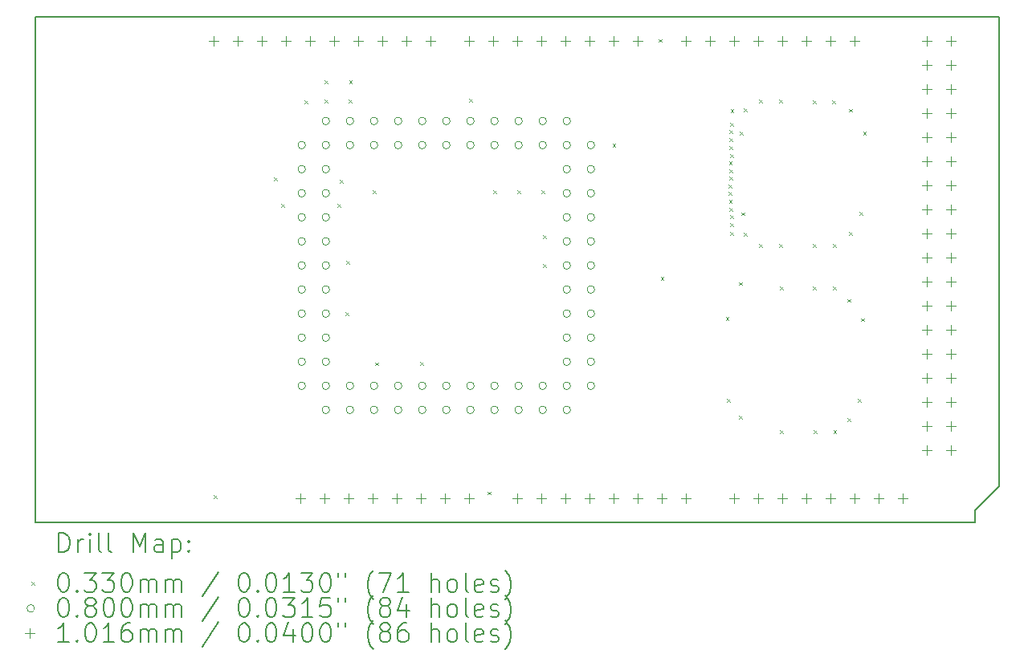
<source format=gbr>
%TF.GenerationSoftware,KiCad,Pcbnew,6.0.9*%
%TF.CreationDate,2022-12-08T19:51:48-08:00*%
%TF.ProjectId,i960SxProcessorMegaShieldFormFactor,69393630-5378-4507-926f-636573736f72,rev?*%
%TF.SameCoordinates,Original*%
%TF.FileFunction,Drillmap*%
%TF.FilePolarity,Positive*%
%FSLAX45Y45*%
G04 Gerber Fmt 4.5, Leading zero omitted, Abs format (unit mm)*
G04 Created by KiCad (PCBNEW 6.0.9) date 2022-12-08 19:51:48*
%MOMM*%
%LPD*%
G01*
G04 APERTURE LIST*
%ADD10C,0.150000*%
%ADD11C,0.200000*%
%ADD12C,0.033020*%
%ADD13C,0.080000*%
%ADD14C,0.101600*%
G04 APERTURE END LIST*
D10*
X20243800Y-12039600D02*
X20243800Y-12166600D01*
X10337800Y-6832600D02*
X20497800Y-6832600D01*
X20497800Y-6832600D02*
X20497800Y-11785600D01*
X10337800Y-12166600D02*
X10337800Y-6832600D01*
X20497800Y-11785600D02*
X20243800Y-12039600D01*
X20243800Y-12166600D02*
X10337800Y-12166600D01*
D11*
D12*
X12216130Y-11880850D02*
X12249150Y-11913870D01*
X12249150Y-11880850D02*
X12216130Y-11913870D01*
X12851130Y-8528050D02*
X12884150Y-8561070D01*
X12884150Y-8528050D02*
X12851130Y-8561070D01*
X12927330Y-8807450D02*
X12960350Y-8840470D01*
X12960350Y-8807450D02*
X12927330Y-8840470D01*
X13176250Y-7715250D02*
X13209270Y-7748270D01*
X13209270Y-7715250D02*
X13176250Y-7748270D01*
X13385038Y-7505328D02*
X13418058Y-7538348D01*
X13418058Y-7505328D02*
X13385038Y-7538348D01*
X13385038Y-7712828D02*
X13418058Y-7745848D01*
X13418058Y-7712828D02*
X13385038Y-7745848D01*
X13521690Y-8807450D02*
X13554710Y-8840470D01*
X13554710Y-8807450D02*
X13521690Y-8840470D01*
X13547090Y-8558530D02*
X13580110Y-8591550D01*
X13580110Y-8558530D02*
X13547090Y-8591550D01*
X13608050Y-9951348D02*
X13641070Y-9984368D01*
X13641070Y-9951348D02*
X13608050Y-9984368D01*
X13613130Y-9412088D02*
X13646150Y-9445108D01*
X13646150Y-9412088D02*
X13613130Y-9445108D01*
X13641832Y-7712828D02*
X13674852Y-7745848D01*
X13674852Y-7712828D02*
X13641832Y-7745848D01*
X13646082Y-7509578D02*
X13679102Y-7542598D01*
X13679102Y-7509578D02*
X13646082Y-7542598D01*
X13892530Y-8665210D02*
X13925550Y-8698230D01*
X13925550Y-8665210D02*
X13892530Y-8698230D01*
X13920860Y-10481818D02*
X13953880Y-10514838D01*
X13953880Y-10481818D02*
X13920860Y-10514838D01*
X14398380Y-10476738D02*
X14431400Y-10509758D01*
X14431400Y-10476738D02*
X14398380Y-10509758D01*
X14913728Y-7698232D02*
X14946748Y-7731252D01*
X14946748Y-7698232D02*
X14913728Y-7731252D01*
X15106650Y-11845290D02*
X15139670Y-11878310D01*
X15139670Y-11845290D02*
X15106650Y-11878310D01*
X15167610Y-8665210D02*
X15200630Y-8698230D01*
X15200630Y-8665210D02*
X15167610Y-8698230D01*
X15421610Y-8665210D02*
X15454630Y-8698230D01*
X15454630Y-8665210D02*
X15421610Y-8698230D01*
X15670530Y-8665210D02*
X15703550Y-8698230D01*
X15703550Y-8665210D02*
X15670530Y-8698230D01*
X15690850Y-9137768D02*
X15723870Y-9170788D01*
X15723870Y-9137768D02*
X15690850Y-9170788D01*
X15690850Y-9443348D02*
X15723870Y-9476368D01*
X15723870Y-9443348D02*
X15690850Y-9476368D01*
X16422370Y-8172450D02*
X16455390Y-8205470D01*
X16455390Y-8172450D02*
X16422370Y-8205470D01*
X16910050Y-7070090D02*
X16943070Y-7103110D01*
X16943070Y-7070090D02*
X16910050Y-7103110D01*
X16930370Y-9579610D02*
X16963390Y-9612630D01*
X16963390Y-9579610D02*
X16930370Y-9612630D01*
X17616170Y-10001250D02*
X17649190Y-10034270D01*
X17649190Y-10001250D02*
X17616170Y-10034270D01*
X17626330Y-10864850D02*
X17659350Y-10897870D01*
X17659350Y-10864850D02*
X17626330Y-10897870D01*
X17649784Y-8604944D02*
X17682804Y-8637964D01*
X17682804Y-8604944D02*
X17649784Y-8637964D01*
X17649931Y-8686174D02*
X17682951Y-8719194D01*
X17682951Y-8686174D02*
X17649931Y-8719194D01*
X17650149Y-8767404D02*
X17683169Y-8800424D01*
X17683169Y-8767404D02*
X17650149Y-8800424D01*
X17650671Y-8361953D02*
X17683691Y-8394973D01*
X17683691Y-8361953D02*
X17650671Y-8394973D01*
X17652814Y-8118701D02*
X17685834Y-8151721D01*
X17685834Y-8118701D02*
X17652814Y-8151721D01*
X17653948Y-8200672D02*
X17686968Y-8233692D01*
X17686968Y-8200672D02*
X17653948Y-8233692D01*
X17655527Y-8848456D02*
X17688547Y-8881476D01*
X17688547Y-8848456D02*
X17655527Y-8881476D01*
X17656595Y-8032720D02*
X17689615Y-8065740D01*
X17689615Y-8032720D02*
X17656595Y-8065740D01*
X17657413Y-8442903D02*
X17690433Y-8475923D01*
X17690433Y-8442903D02*
X17657413Y-8475923D01*
X17658013Y-8524131D02*
X17691033Y-8557151D01*
X17691033Y-8524131D02*
X17658013Y-8557151D01*
X17661890Y-9107170D02*
X17694910Y-9140190D01*
X17694910Y-9107170D02*
X17661890Y-9140190D01*
X17661940Y-8281509D02*
X17694960Y-8314529D01*
X17694960Y-8281509D02*
X17661940Y-8314529D01*
X17662317Y-8929402D02*
X17695337Y-8962422D01*
X17695337Y-8929402D02*
X17662317Y-8962422D01*
X17663785Y-9012278D02*
X17696805Y-9045298D01*
X17696805Y-9012278D02*
X17663785Y-9045298D01*
X17666219Y-7952062D02*
X17699239Y-7985082D01*
X17699239Y-7952062D02*
X17666219Y-7985082D01*
X17666970Y-7811770D02*
X17699990Y-7844790D01*
X17699990Y-7811770D02*
X17666970Y-7844790D01*
X17753330Y-9635490D02*
X17786350Y-9668510D01*
X17786350Y-9635490D02*
X17753330Y-9668510D01*
X17753330Y-11042650D02*
X17786350Y-11075670D01*
X17786350Y-11042650D02*
X17753330Y-11075670D01*
X17763490Y-8050530D02*
X17796510Y-8083550D01*
X17796510Y-8050530D02*
X17763490Y-8083550D01*
X17778730Y-8898890D02*
X17811750Y-8931910D01*
X17811750Y-8898890D02*
X17778730Y-8931910D01*
X17809210Y-7801610D02*
X17842230Y-7834630D01*
X17842230Y-7801610D02*
X17809210Y-7834630D01*
X17809210Y-9112250D02*
X17842230Y-9145270D01*
X17842230Y-9112250D02*
X17809210Y-9145270D01*
X17969620Y-9234170D02*
X18002640Y-9267190D01*
X18002640Y-9234170D02*
X17969620Y-9267190D01*
X17970695Y-7711245D02*
X18003715Y-7744265D01*
X18003715Y-7711245D02*
X17970695Y-7744265D01*
X18177120Y-7710170D02*
X18210140Y-7743190D01*
X18210140Y-7710170D02*
X18177120Y-7743190D01*
X18177120Y-9234170D02*
X18210140Y-9267190D01*
X18210140Y-9234170D02*
X18177120Y-9267190D01*
X18186870Y-9680010D02*
X18219890Y-9713030D01*
X18219890Y-9680010D02*
X18186870Y-9713030D01*
X18186870Y-11198930D02*
X18219890Y-11231950D01*
X18219890Y-11198930D02*
X18186870Y-11231950D01*
X18533500Y-7715250D02*
X18566520Y-7748270D01*
X18566520Y-7715250D02*
X18533500Y-7748270D01*
X18538170Y-9685090D02*
X18571190Y-9718110D01*
X18571190Y-9685090D02*
X18538170Y-9718110D01*
X18538580Y-9234170D02*
X18571600Y-9267190D01*
X18571600Y-9234170D02*
X18538580Y-9267190D01*
X18543250Y-11198930D02*
X18576270Y-11231950D01*
X18576270Y-11198930D02*
X18543250Y-11231950D01*
X18741000Y-7715250D02*
X18774020Y-7748270D01*
X18774020Y-7715250D02*
X18741000Y-7748270D01*
X18745005Y-9233095D02*
X18778025Y-9266115D01*
X18778025Y-9233095D02*
X18745005Y-9266115D01*
X18745670Y-9685090D02*
X18778690Y-9718110D01*
X18778690Y-9685090D02*
X18745670Y-9718110D01*
X18750750Y-11198930D02*
X18783770Y-11231950D01*
X18783770Y-11198930D02*
X18750750Y-11231950D01*
X18901410Y-9813290D02*
X18934430Y-9846310D01*
X18934430Y-9813290D02*
X18901410Y-9846310D01*
X18901410Y-11068050D02*
X18934430Y-11101070D01*
X18934430Y-11068050D02*
X18901410Y-11101070D01*
X18916650Y-7806690D02*
X18949670Y-7839710D01*
X18949670Y-7806690D02*
X18916650Y-7839710D01*
X18916650Y-9107170D02*
X18949670Y-9140190D01*
X18949670Y-9107170D02*
X18916650Y-9140190D01*
X19008090Y-10864850D02*
X19041110Y-10897870D01*
X19041110Y-10864850D02*
X19008090Y-10897870D01*
X19023330Y-8893810D02*
X19056350Y-8926830D01*
X19056350Y-8893810D02*
X19023330Y-8926830D01*
X19043650Y-10016490D02*
X19076670Y-10049510D01*
X19076670Y-10016490D02*
X19043650Y-10049510D01*
X19063970Y-8050530D02*
X19096990Y-8083550D01*
X19096990Y-8050530D02*
X19063970Y-8083550D01*
D13*
X13187040Y-8188960D02*
G75*
G03*
X13187040Y-8188960I-40000J0D01*
G01*
X13187040Y-8442960D02*
G75*
G03*
X13187040Y-8442960I-40000J0D01*
G01*
X13187040Y-8696960D02*
G75*
G03*
X13187040Y-8696960I-40000J0D01*
G01*
X13187040Y-8950960D02*
G75*
G03*
X13187040Y-8950960I-40000J0D01*
G01*
X13187040Y-9204960D02*
G75*
G03*
X13187040Y-9204960I-40000J0D01*
G01*
X13187040Y-9458960D02*
G75*
G03*
X13187040Y-9458960I-40000J0D01*
G01*
X13187040Y-9712960D02*
G75*
G03*
X13187040Y-9712960I-40000J0D01*
G01*
X13187040Y-9966960D02*
G75*
G03*
X13187040Y-9966960I-40000J0D01*
G01*
X13187040Y-10220960D02*
G75*
G03*
X13187040Y-10220960I-40000J0D01*
G01*
X13187040Y-10474960D02*
G75*
G03*
X13187040Y-10474960I-40000J0D01*
G01*
X13187040Y-10728960D02*
G75*
G03*
X13187040Y-10728960I-40000J0D01*
G01*
X13441040Y-7934960D02*
G75*
G03*
X13441040Y-7934960I-40000J0D01*
G01*
X13441040Y-8188960D02*
G75*
G03*
X13441040Y-8188960I-40000J0D01*
G01*
X13441040Y-8442960D02*
G75*
G03*
X13441040Y-8442960I-40000J0D01*
G01*
X13441040Y-8696960D02*
G75*
G03*
X13441040Y-8696960I-40000J0D01*
G01*
X13441040Y-8950960D02*
G75*
G03*
X13441040Y-8950960I-40000J0D01*
G01*
X13441040Y-9204960D02*
G75*
G03*
X13441040Y-9204960I-40000J0D01*
G01*
X13441040Y-9458960D02*
G75*
G03*
X13441040Y-9458960I-40000J0D01*
G01*
X13441040Y-9712960D02*
G75*
G03*
X13441040Y-9712960I-40000J0D01*
G01*
X13441040Y-9966960D02*
G75*
G03*
X13441040Y-9966960I-40000J0D01*
G01*
X13441040Y-10220960D02*
G75*
G03*
X13441040Y-10220960I-40000J0D01*
G01*
X13441040Y-10474960D02*
G75*
G03*
X13441040Y-10474960I-40000J0D01*
G01*
X13441040Y-10728960D02*
G75*
G03*
X13441040Y-10728960I-40000J0D01*
G01*
X13441040Y-10982960D02*
G75*
G03*
X13441040Y-10982960I-40000J0D01*
G01*
X13695040Y-7934960D02*
G75*
G03*
X13695040Y-7934960I-40000J0D01*
G01*
X13695040Y-8188960D02*
G75*
G03*
X13695040Y-8188960I-40000J0D01*
G01*
X13695040Y-10728960D02*
G75*
G03*
X13695040Y-10728960I-40000J0D01*
G01*
X13695040Y-10982960D02*
G75*
G03*
X13695040Y-10982960I-40000J0D01*
G01*
X13949040Y-7934960D02*
G75*
G03*
X13949040Y-7934960I-40000J0D01*
G01*
X13949040Y-8188960D02*
G75*
G03*
X13949040Y-8188960I-40000J0D01*
G01*
X13949040Y-10728960D02*
G75*
G03*
X13949040Y-10728960I-40000J0D01*
G01*
X13949040Y-10982960D02*
G75*
G03*
X13949040Y-10982960I-40000J0D01*
G01*
X14203040Y-7934960D02*
G75*
G03*
X14203040Y-7934960I-40000J0D01*
G01*
X14203040Y-8188960D02*
G75*
G03*
X14203040Y-8188960I-40000J0D01*
G01*
X14203040Y-10728960D02*
G75*
G03*
X14203040Y-10728960I-40000J0D01*
G01*
X14203040Y-10982960D02*
G75*
G03*
X14203040Y-10982960I-40000J0D01*
G01*
X14457040Y-7934960D02*
G75*
G03*
X14457040Y-7934960I-40000J0D01*
G01*
X14457040Y-8188960D02*
G75*
G03*
X14457040Y-8188960I-40000J0D01*
G01*
X14457040Y-10728960D02*
G75*
G03*
X14457040Y-10728960I-40000J0D01*
G01*
X14457040Y-10982960D02*
G75*
G03*
X14457040Y-10982960I-40000J0D01*
G01*
X14711040Y-7934960D02*
G75*
G03*
X14711040Y-7934960I-40000J0D01*
G01*
X14711040Y-8188960D02*
G75*
G03*
X14711040Y-8188960I-40000J0D01*
G01*
X14711040Y-10728960D02*
G75*
G03*
X14711040Y-10728960I-40000J0D01*
G01*
X14711040Y-10982960D02*
G75*
G03*
X14711040Y-10982960I-40000J0D01*
G01*
X14965040Y-7934960D02*
G75*
G03*
X14965040Y-7934960I-40000J0D01*
G01*
X14965040Y-8188960D02*
G75*
G03*
X14965040Y-8188960I-40000J0D01*
G01*
X14965040Y-10728960D02*
G75*
G03*
X14965040Y-10728960I-40000J0D01*
G01*
X14965040Y-10982960D02*
G75*
G03*
X14965040Y-10982960I-40000J0D01*
G01*
X15219040Y-7934960D02*
G75*
G03*
X15219040Y-7934960I-40000J0D01*
G01*
X15219040Y-8188960D02*
G75*
G03*
X15219040Y-8188960I-40000J0D01*
G01*
X15219040Y-10728960D02*
G75*
G03*
X15219040Y-10728960I-40000J0D01*
G01*
X15219040Y-10982960D02*
G75*
G03*
X15219040Y-10982960I-40000J0D01*
G01*
X15473040Y-7934960D02*
G75*
G03*
X15473040Y-7934960I-40000J0D01*
G01*
X15473040Y-8188960D02*
G75*
G03*
X15473040Y-8188960I-40000J0D01*
G01*
X15473040Y-10728960D02*
G75*
G03*
X15473040Y-10728960I-40000J0D01*
G01*
X15473040Y-10982960D02*
G75*
G03*
X15473040Y-10982960I-40000J0D01*
G01*
X15727040Y-7934960D02*
G75*
G03*
X15727040Y-7934960I-40000J0D01*
G01*
X15727040Y-8188960D02*
G75*
G03*
X15727040Y-8188960I-40000J0D01*
G01*
X15727040Y-10728960D02*
G75*
G03*
X15727040Y-10728960I-40000J0D01*
G01*
X15727040Y-10982960D02*
G75*
G03*
X15727040Y-10982960I-40000J0D01*
G01*
X15981040Y-7934960D02*
G75*
G03*
X15981040Y-7934960I-40000J0D01*
G01*
X15981040Y-8188960D02*
G75*
G03*
X15981040Y-8188960I-40000J0D01*
G01*
X15981040Y-8442960D02*
G75*
G03*
X15981040Y-8442960I-40000J0D01*
G01*
X15981040Y-8696960D02*
G75*
G03*
X15981040Y-8696960I-40000J0D01*
G01*
X15981040Y-8950960D02*
G75*
G03*
X15981040Y-8950960I-40000J0D01*
G01*
X15981040Y-9204960D02*
G75*
G03*
X15981040Y-9204960I-40000J0D01*
G01*
X15981040Y-9458960D02*
G75*
G03*
X15981040Y-9458960I-40000J0D01*
G01*
X15981040Y-9712960D02*
G75*
G03*
X15981040Y-9712960I-40000J0D01*
G01*
X15981040Y-9966960D02*
G75*
G03*
X15981040Y-9966960I-40000J0D01*
G01*
X15981040Y-10220960D02*
G75*
G03*
X15981040Y-10220960I-40000J0D01*
G01*
X15981040Y-10474960D02*
G75*
G03*
X15981040Y-10474960I-40000J0D01*
G01*
X15981040Y-10728960D02*
G75*
G03*
X15981040Y-10728960I-40000J0D01*
G01*
X15981040Y-10982960D02*
G75*
G03*
X15981040Y-10982960I-40000J0D01*
G01*
X16235040Y-8188960D02*
G75*
G03*
X16235040Y-8188960I-40000J0D01*
G01*
X16235040Y-8442960D02*
G75*
G03*
X16235040Y-8442960I-40000J0D01*
G01*
X16235040Y-8696960D02*
G75*
G03*
X16235040Y-8696960I-40000J0D01*
G01*
X16235040Y-8950960D02*
G75*
G03*
X16235040Y-8950960I-40000J0D01*
G01*
X16235040Y-9204960D02*
G75*
G03*
X16235040Y-9204960I-40000J0D01*
G01*
X16235040Y-9458960D02*
G75*
G03*
X16235040Y-9458960I-40000J0D01*
G01*
X16235040Y-9712960D02*
G75*
G03*
X16235040Y-9712960I-40000J0D01*
G01*
X16235040Y-9966960D02*
G75*
G03*
X16235040Y-9966960I-40000J0D01*
G01*
X16235040Y-10220960D02*
G75*
G03*
X16235040Y-10220960I-40000J0D01*
G01*
X16235040Y-10474960D02*
G75*
G03*
X16235040Y-10474960I-40000J0D01*
G01*
X16235040Y-10728960D02*
G75*
G03*
X16235040Y-10728960I-40000J0D01*
G01*
D14*
X12217400Y-7035800D02*
X12217400Y-7137400D01*
X12166600Y-7086600D02*
X12268200Y-7086600D01*
X12471400Y-7035800D02*
X12471400Y-7137400D01*
X12420600Y-7086600D02*
X12522200Y-7086600D01*
X12725400Y-7035800D02*
X12725400Y-7137400D01*
X12674600Y-7086600D02*
X12776200Y-7086600D01*
X12979400Y-7035800D02*
X12979400Y-7137400D01*
X12928600Y-7086600D02*
X13030200Y-7086600D01*
X13131800Y-11861800D02*
X13131800Y-11963400D01*
X13081000Y-11912600D02*
X13182600Y-11912600D01*
X13233400Y-7035800D02*
X13233400Y-7137400D01*
X13182600Y-7086600D02*
X13284200Y-7086600D01*
X13385800Y-11861800D02*
X13385800Y-11963400D01*
X13335000Y-11912600D02*
X13436600Y-11912600D01*
X13487400Y-7035800D02*
X13487400Y-7137400D01*
X13436600Y-7086600D02*
X13538200Y-7086600D01*
X13639800Y-11861800D02*
X13639800Y-11963400D01*
X13589000Y-11912600D02*
X13690600Y-11912600D01*
X13741400Y-7035800D02*
X13741400Y-7137400D01*
X13690600Y-7086600D02*
X13792200Y-7086600D01*
X13893800Y-11861800D02*
X13893800Y-11963400D01*
X13843000Y-11912600D02*
X13944600Y-11912600D01*
X13995400Y-7035800D02*
X13995400Y-7137400D01*
X13944600Y-7086600D02*
X14046200Y-7086600D01*
X14147800Y-11861800D02*
X14147800Y-11963400D01*
X14097000Y-11912600D02*
X14198600Y-11912600D01*
X14249400Y-7035800D02*
X14249400Y-7137400D01*
X14198600Y-7086600D02*
X14300200Y-7086600D01*
X14401800Y-11861800D02*
X14401800Y-11963400D01*
X14351000Y-11912600D02*
X14452600Y-11912600D01*
X14503400Y-7035800D02*
X14503400Y-7137400D01*
X14452600Y-7086600D02*
X14554200Y-7086600D01*
X14655800Y-11861800D02*
X14655800Y-11963400D01*
X14605000Y-11912600D02*
X14706600Y-11912600D01*
X14909800Y-7035800D02*
X14909800Y-7137400D01*
X14859000Y-7086600D02*
X14960600Y-7086600D01*
X14909800Y-11861800D02*
X14909800Y-11963400D01*
X14859000Y-11912600D02*
X14960600Y-11912600D01*
X15163800Y-7035800D02*
X15163800Y-7137400D01*
X15113000Y-7086600D02*
X15214600Y-7086600D01*
X15417800Y-7035800D02*
X15417800Y-7137400D01*
X15367000Y-7086600D02*
X15468600Y-7086600D01*
X15417800Y-11861800D02*
X15417800Y-11963400D01*
X15367000Y-11912600D02*
X15468600Y-11912600D01*
X15671800Y-7035800D02*
X15671800Y-7137400D01*
X15621000Y-7086600D02*
X15722600Y-7086600D01*
X15671800Y-11861800D02*
X15671800Y-11963400D01*
X15621000Y-11912600D02*
X15722600Y-11912600D01*
X15925800Y-7035800D02*
X15925800Y-7137400D01*
X15875000Y-7086600D02*
X15976600Y-7086600D01*
X15925800Y-11861800D02*
X15925800Y-11963400D01*
X15875000Y-11912600D02*
X15976600Y-11912600D01*
X16179800Y-7035800D02*
X16179800Y-7137400D01*
X16129000Y-7086600D02*
X16230600Y-7086600D01*
X16179800Y-11861800D02*
X16179800Y-11963400D01*
X16129000Y-11912600D02*
X16230600Y-11912600D01*
X16433800Y-7035800D02*
X16433800Y-7137400D01*
X16383000Y-7086600D02*
X16484600Y-7086600D01*
X16433800Y-11861800D02*
X16433800Y-11963400D01*
X16383000Y-11912600D02*
X16484600Y-11912600D01*
X16687800Y-7035800D02*
X16687800Y-7137400D01*
X16637000Y-7086600D02*
X16738600Y-7086600D01*
X16687800Y-11861800D02*
X16687800Y-11963400D01*
X16637000Y-11912600D02*
X16738600Y-11912600D01*
X16941800Y-11861800D02*
X16941800Y-11963400D01*
X16891000Y-11912600D02*
X16992600Y-11912600D01*
X17195800Y-7035800D02*
X17195800Y-7137400D01*
X17145000Y-7086600D02*
X17246600Y-7086600D01*
X17195800Y-11861800D02*
X17195800Y-11963400D01*
X17145000Y-11912600D02*
X17246600Y-11912600D01*
X17449800Y-7035800D02*
X17449800Y-7137400D01*
X17399000Y-7086600D02*
X17500600Y-7086600D01*
X17703800Y-7035800D02*
X17703800Y-7137400D01*
X17653000Y-7086600D02*
X17754600Y-7086600D01*
X17703800Y-11861800D02*
X17703800Y-11963400D01*
X17653000Y-11912600D02*
X17754600Y-11912600D01*
X17957800Y-7035800D02*
X17957800Y-7137400D01*
X17907000Y-7086600D02*
X18008600Y-7086600D01*
X17957800Y-11861800D02*
X17957800Y-11963400D01*
X17907000Y-11912600D02*
X18008600Y-11912600D01*
X18211800Y-7035800D02*
X18211800Y-7137400D01*
X18161000Y-7086600D02*
X18262600Y-7086600D01*
X18211800Y-11861800D02*
X18211800Y-11963400D01*
X18161000Y-11912600D02*
X18262600Y-11912600D01*
X18465800Y-7035800D02*
X18465800Y-7137400D01*
X18415000Y-7086600D02*
X18516600Y-7086600D01*
X18465800Y-11861800D02*
X18465800Y-11963400D01*
X18415000Y-11912600D02*
X18516600Y-11912600D01*
X18719800Y-7035800D02*
X18719800Y-7137400D01*
X18669000Y-7086600D02*
X18770600Y-7086600D01*
X18719800Y-11861800D02*
X18719800Y-11963400D01*
X18669000Y-11912600D02*
X18770600Y-11912600D01*
X18973800Y-7035800D02*
X18973800Y-7137400D01*
X18923000Y-7086600D02*
X19024600Y-7086600D01*
X18973800Y-11861800D02*
X18973800Y-11963400D01*
X18923000Y-11912600D02*
X19024600Y-11912600D01*
X19227800Y-11861800D02*
X19227800Y-11963400D01*
X19177000Y-11912600D02*
X19278600Y-11912600D01*
X19481800Y-11861800D02*
X19481800Y-11963400D01*
X19431000Y-11912600D02*
X19532600Y-11912600D01*
X19735800Y-7035800D02*
X19735800Y-7137400D01*
X19685000Y-7086600D02*
X19786600Y-7086600D01*
X19735800Y-7289800D02*
X19735800Y-7391400D01*
X19685000Y-7340600D02*
X19786600Y-7340600D01*
X19735800Y-7543800D02*
X19735800Y-7645400D01*
X19685000Y-7594600D02*
X19786600Y-7594600D01*
X19735800Y-7797800D02*
X19735800Y-7899400D01*
X19685000Y-7848600D02*
X19786600Y-7848600D01*
X19735800Y-8051800D02*
X19735800Y-8153400D01*
X19685000Y-8102600D02*
X19786600Y-8102600D01*
X19735800Y-8305800D02*
X19735800Y-8407400D01*
X19685000Y-8356600D02*
X19786600Y-8356600D01*
X19735800Y-8559800D02*
X19735800Y-8661400D01*
X19685000Y-8610600D02*
X19786600Y-8610600D01*
X19735800Y-8813800D02*
X19735800Y-8915400D01*
X19685000Y-8864600D02*
X19786600Y-8864600D01*
X19735800Y-9067800D02*
X19735800Y-9169400D01*
X19685000Y-9118600D02*
X19786600Y-9118600D01*
X19735800Y-9321800D02*
X19735800Y-9423400D01*
X19685000Y-9372600D02*
X19786600Y-9372600D01*
X19735800Y-9575800D02*
X19735800Y-9677400D01*
X19685000Y-9626600D02*
X19786600Y-9626600D01*
X19735800Y-9829800D02*
X19735800Y-9931400D01*
X19685000Y-9880600D02*
X19786600Y-9880600D01*
X19735800Y-10083800D02*
X19735800Y-10185400D01*
X19685000Y-10134600D02*
X19786600Y-10134600D01*
X19735800Y-10337800D02*
X19735800Y-10439400D01*
X19685000Y-10388600D02*
X19786600Y-10388600D01*
X19735800Y-10591800D02*
X19735800Y-10693400D01*
X19685000Y-10642600D02*
X19786600Y-10642600D01*
X19735800Y-10845800D02*
X19735800Y-10947400D01*
X19685000Y-10896600D02*
X19786600Y-10896600D01*
X19735800Y-11099800D02*
X19735800Y-11201400D01*
X19685000Y-11150600D02*
X19786600Y-11150600D01*
X19735800Y-11353800D02*
X19735800Y-11455400D01*
X19685000Y-11404600D02*
X19786600Y-11404600D01*
X19989800Y-7035800D02*
X19989800Y-7137400D01*
X19939000Y-7086600D02*
X20040600Y-7086600D01*
X19989800Y-7289800D02*
X19989800Y-7391400D01*
X19939000Y-7340600D02*
X20040600Y-7340600D01*
X19989800Y-7543800D02*
X19989800Y-7645400D01*
X19939000Y-7594600D02*
X20040600Y-7594600D01*
X19989800Y-7797800D02*
X19989800Y-7899400D01*
X19939000Y-7848600D02*
X20040600Y-7848600D01*
X19989800Y-8051800D02*
X19989800Y-8153400D01*
X19939000Y-8102600D02*
X20040600Y-8102600D01*
X19989800Y-8305800D02*
X19989800Y-8407400D01*
X19939000Y-8356600D02*
X20040600Y-8356600D01*
X19989800Y-8559800D02*
X19989800Y-8661400D01*
X19939000Y-8610600D02*
X20040600Y-8610600D01*
X19989800Y-8813800D02*
X19989800Y-8915400D01*
X19939000Y-8864600D02*
X20040600Y-8864600D01*
X19989800Y-9067800D02*
X19989800Y-9169400D01*
X19939000Y-9118600D02*
X20040600Y-9118600D01*
X19989800Y-9321800D02*
X19989800Y-9423400D01*
X19939000Y-9372600D02*
X20040600Y-9372600D01*
X19989800Y-9575800D02*
X19989800Y-9677400D01*
X19939000Y-9626600D02*
X20040600Y-9626600D01*
X19989800Y-9829800D02*
X19989800Y-9931400D01*
X19939000Y-9880600D02*
X20040600Y-9880600D01*
X19989800Y-10083800D02*
X19989800Y-10185400D01*
X19939000Y-10134600D02*
X20040600Y-10134600D01*
X19989800Y-10337800D02*
X19989800Y-10439400D01*
X19939000Y-10388600D02*
X20040600Y-10388600D01*
X19989800Y-10591800D02*
X19989800Y-10693400D01*
X19939000Y-10642600D02*
X20040600Y-10642600D01*
X19989800Y-10845800D02*
X19989800Y-10947400D01*
X19939000Y-10896600D02*
X20040600Y-10896600D01*
X19989800Y-11099800D02*
X19989800Y-11201400D01*
X19939000Y-11150600D02*
X20040600Y-11150600D01*
X19989800Y-11353800D02*
X19989800Y-11455400D01*
X19939000Y-11404600D02*
X20040600Y-11404600D01*
D11*
X10587919Y-12484576D02*
X10587919Y-12284576D01*
X10635538Y-12284576D01*
X10664110Y-12294100D01*
X10683157Y-12313148D01*
X10692681Y-12332195D01*
X10702205Y-12370290D01*
X10702205Y-12398862D01*
X10692681Y-12436957D01*
X10683157Y-12456005D01*
X10664110Y-12475052D01*
X10635538Y-12484576D01*
X10587919Y-12484576D01*
X10787919Y-12484576D02*
X10787919Y-12351243D01*
X10787919Y-12389338D02*
X10797443Y-12370290D01*
X10806967Y-12360767D01*
X10826014Y-12351243D01*
X10845062Y-12351243D01*
X10911729Y-12484576D02*
X10911729Y-12351243D01*
X10911729Y-12284576D02*
X10902205Y-12294100D01*
X10911729Y-12303624D01*
X10921252Y-12294100D01*
X10911729Y-12284576D01*
X10911729Y-12303624D01*
X11035538Y-12484576D02*
X11016490Y-12475052D01*
X11006967Y-12456005D01*
X11006967Y-12284576D01*
X11140300Y-12484576D02*
X11121252Y-12475052D01*
X11111729Y-12456005D01*
X11111729Y-12284576D01*
X11368871Y-12484576D02*
X11368871Y-12284576D01*
X11435538Y-12427433D01*
X11502205Y-12284576D01*
X11502205Y-12484576D01*
X11683157Y-12484576D02*
X11683157Y-12379814D01*
X11673633Y-12360767D01*
X11654586Y-12351243D01*
X11616490Y-12351243D01*
X11597443Y-12360767D01*
X11683157Y-12475052D02*
X11664109Y-12484576D01*
X11616490Y-12484576D01*
X11597443Y-12475052D01*
X11587919Y-12456005D01*
X11587919Y-12436957D01*
X11597443Y-12417909D01*
X11616490Y-12408386D01*
X11664109Y-12408386D01*
X11683157Y-12398862D01*
X11778395Y-12351243D02*
X11778395Y-12551243D01*
X11778395Y-12360767D02*
X11797443Y-12351243D01*
X11835538Y-12351243D01*
X11854586Y-12360767D01*
X11864109Y-12370290D01*
X11873633Y-12389338D01*
X11873633Y-12446481D01*
X11864109Y-12465528D01*
X11854586Y-12475052D01*
X11835538Y-12484576D01*
X11797443Y-12484576D01*
X11778395Y-12475052D01*
X11959348Y-12465528D02*
X11968871Y-12475052D01*
X11959348Y-12484576D01*
X11949824Y-12475052D01*
X11959348Y-12465528D01*
X11959348Y-12484576D01*
X11959348Y-12360767D02*
X11968871Y-12370290D01*
X11959348Y-12379814D01*
X11949824Y-12370290D01*
X11959348Y-12360767D01*
X11959348Y-12379814D01*
D12*
X10297280Y-12797590D02*
X10330300Y-12830610D01*
X10330300Y-12797590D02*
X10297280Y-12830610D01*
D11*
X10626014Y-12704576D02*
X10645062Y-12704576D01*
X10664110Y-12714100D01*
X10673633Y-12723624D01*
X10683157Y-12742671D01*
X10692681Y-12780767D01*
X10692681Y-12828386D01*
X10683157Y-12866481D01*
X10673633Y-12885528D01*
X10664110Y-12895052D01*
X10645062Y-12904576D01*
X10626014Y-12904576D01*
X10606967Y-12895052D01*
X10597443Y-12885528D01*
X10587919Y-12866481D01*
X10578395Y-12828386D01*
X10578395Y-12780767D01*
X10587919Y-12742671D01*
X10597443Y-12723624D01*
X10606967Y-12714100D01*
X10626014Y-12704576D01*
X10778395Y-12885528D02*
X10787919Y-12895052D01*
X10778395Y-12904576D01*
X10768871Y-12895052D01*
X10778395Y-12885528D01*
X10778395Y-12904576D01*
X10854586Y-12704576D02*
X10978395Y-12704576D01*
X10911729Y-12780767D01*
X10940300Y-12780767D01*
X10959348Y-12790290D01*
X10968871Y-12799814D01*
X10978395Y-12818862D01*
X10978395Y-12866481D01*
X10968871Y-12885528D01*
X10959348Y-12895052D01*
X10940300Y-12904576D01*
X10883157Y-12904576D01*
X10864110Y-12895052D01*
X10854586Y-12885528D01*
X11045062Y-12704576D02*
X11168871Y-12704576D01*
X11102205Y-12780767D01*
X11130776Y-12780767D01*
X11149824Y-12790290D01*
X11159348Y-12799814D01*
X11168871Y-12818862D01*
X11168871Y-12866481D01*
X11159348Y-12885528D01*
X11149824Y-12895052D01*
X11130776Y-12904576D01*
X11073633Y-12904576D01*
X11054586Y-12895052D01*
X11045062Y-12885528D01*
X11292681Y-12704576D02*
X11311728Y-12704576D01*
X11330776Y-12714100D01*
X11340300Y-12723624D01*
X11349824Y-12742671D01*
X11359348Y-12780767D01*
X11359348Y-12828386D01*
X11349824Y-12866481D01*
X11340300Y-12885528D01*
X11330776Y-12895052D01*
X11311728Y-12904576D01*
X11292681Y-12904576D01*
X11273633Y-12895052D01*
X11264109Y-12885528D01*
X11254586Y-12866481D01*
X11245062Y-12828386D01*
X11245062Y-12780767D01*
X11254586Y-12742671D01*
X11264109Y-12723624D01*
X11273633Y-12714100D01*
X11292681Y-12704576D01*
X11445062Y-12904576D02*
X11445062Y-12771243D01*
X11445062Y-12790290D02*
X11454586Y-12780767D01*
X11473633Y-12771243D01*
X11502205Y-12771243D01*
X11521252Y-12780767D01*
X11530776Y-12799814D01*
X11530776Y-12904576D01*
X11530776Y-12799814D02*
X11540300Y-12780767D01*
X11559348Y-12771243D01*
X11587919Y-12771243D01*
X11606967Y-12780767D01*
X11616490Y-12799814D01*
X11616490Y-12904576D01*
X11711728Y-12904576D02*
X11711728Y-12771243D01*
X11711728Y-12790290D02*
X11721252Y-12780767D01*
X11740300Y-12771243D01*
X11768871Y-12771243D01*
X11787919Y-12780767D01*
X11797443Y-12799814D01*
X11797443Y-12904576D01*
X11797443Y-12799814D02*
X11806967Y-12780767D01*
X11826014Y-12771243D01*
X11854586Y-12771243D01*
X11873633Y-12780767D01*
X11883157Y-12799814D01*
X11883157Y-12904576D01*
X12273633Y-12695052D02*
X12102205Y-12952195D01*
X12530776Y-12704576D02*
X12549824Y-12704576D01*
X12568871Y-12714100D01*
X12578395Y-12723624D01*
X12587919Y-12742671D01*
X12597443Y-12780767D01*
X12597443Y-12828386D01*
X12587919Y-12866481D01*
X12578395Y-12885528D01*
X12568871Y-12895052D01*
X12549824Y-12904576D01*
X12530776Y-12904576D01*
X12511728Y-12895052D01*
X12502205Y-12885528D01*
X12492681Y-12866481D01*
X12483157Y-12828386D01*
X12483157Y-12780767D01*
X12492681Y-12742671D01*
X12502205Y-12723624D01*
X12511728Y-12714100D01*
X12530776Y-12704576D01*
X12683157Y-12885528D02*
X12692681Y-12895052D01*
X12683157Y-12904576D01*
X12673633Y-12895052D01*
X12683157Y-12885528D01*
X12683157Y-12904576D01*
X12816490Y-12704576D02*
X12835538Y-12704576D01*
X12854586Y-12714100D01*
X12864109Y-12723624D01*
X12873633Y-12742671D01*
X12883157Y-12780767D01*
X12883157Y-12828386D01*
X12873633Y-12866481D01*
X12864109Y-12885528D01*
X12854586Y-12895052D01*
X12835538Y-12904576D01*
X12816490Y-12904576D01*
X12797443Y-12895052D01*
X12787919Y-12885528D01*
X12778395Y-12866481D01*
X12768871Y-12828386D01*
X12768871Y-12780767D01*
X12778395Y-12742671D01*
X12787919Y-12723624D01*
X12797443Y-12714100D01*
X12816490Y-12704576D01*
X13073633Y-12904576D02*
X12959348Y-12904576D01*
X13016490Y-12904576D02*
X13016490Y-12704576D01*
X12997443Y-12733148D01*
X12978395Y-12752195D01*
X12959348Y-12761719D01*
X13140300Y-12704576D02*
X13264109Y-12704576D01*
X13197443Y-12780767D01*
X13226014Y-12780767D01*
X13245062Y-12790290D01*
X13254586Y-12799814D01*
X13264109Y-12818862D01*
X13264109Y-12866481D01*
X13254586Y-12885528D01*
X13245062Y-12895052D01*
X13226014Y-12904576D01*
X13168871Y-12904576D01*
X13149824Y-12895052D01*
X13140300Y-12885528D01*
X13387919Y-12704576D02*
X13406967Y-12704576D01*
X13426014Y-12714100D01*
X13435538Y-12723624D01*
X13445062Y-12742671D01*
X13454586Y-12780767D01*
X13454586Y-12828386D01*
X13445062Y-12866481D01*
X13435538Y-12885528D01*
X13426014Y-12895052D01*
X13406967Y-12904576D01*
X13387919Y-12904576D01*
X13368871Y-12895052D01*
X13359348Y-12885528D01*
X13349824Y-12866481D01*
X13340300Y-12828386D01*
X13340300Y-12780767D01*
X13349824Y-12742671D01*
X13359348Y-12723624D01*
X13368871Y-12714100D01*
X13387919Y-12704576D01*
X13530776Y-12704576D02*
X13530776Y-12742671D01*
X13606967Y-12704576D02*
X13606967Y-12742671D01*
X13902205Y-12980767D02*
X13892681Y-12971243D01*
X13873633Y-12942671D01*
X13864109Y-12923624D01*
X13854586Y-12895052D01*
X13845062Y-12847433D01*
X13845062Y-12809338D01*
X13854586Y-12761719D01*
X13864109Y-12733148D01*
X13873633Y-12714100D01*
X13892681Y-12685528D01*
X13902205Y-12676005D01*
X13959348Y-12704576D02*
X14092681Y-12704576D01*
X14006967Y-12904576D01*
X14273633Y-12904576D02*
X14159348Y-12904576D01*
X14216490Y-12904576D02*
X14216490Y-12704576D01*
X14197443Y-12733148D01*
X14178395Y-12752195D01*
X14159348Y-12761719D01*
X14511728Y-12904576D02*
X14511728Y-12704576D01*
X14597443Y-12904576D02*
X14597443Y-12799814D01*
X14587919Y-12780767D01*
X14568871Y-12771243D01*
X14540300Y-12771243D01*
X14521252Y-12780767D01*
X14511728Y-12790290D01*
X14721252Y-12904576D02*
X14702205Y-12895052D01*
X14692681Y-12885528D01*
X14683157Y-12866481D01*
X14683157Y-12809338D01*
X14692681Y-12790290D01*
X14702205Y-12780767D01*
X14721252Y-12771243D01*
X14749824Y-12771243D01*
X14768871Y-12780767D01*
X14778395Y-12790290D01*
X14787919Y-12809338D01*
X14787919Y-12866481D01*
X14778395Y-12885528D01*
X14768871Y-12895052D01*
X14749824Y-12904576D01*
X14721252Y-12904576D01*
X14902205Y-12904576D02*
X14883157Y-12895052D01*
X14873633Y-12876005D01*
X14873633Y-12704576D01*
X15054586Y-12895052D02*
X15035538Y-12904576D01*
X14997443Y-12904576D01*
X14978395Y-12895052D01*
X14968871Y-12876005D01*
X14968871Y-12799814D01*
X14978395Y-12780767D01*
X14997443Y-12771243D01*
X15035538Y-12771243D01*
X15054586Y-12780767D01*
X15064109Y-12799814D01*
X15064109Y-12818862D01*
X14968871Y-12837909D01*
X15140300Y-12895052D02*
X15159348Y-12904576D01*
X15197443Y-12904576D01*
X15216490Y-12895052D01*
X15226014Y-12876005D01*
X15226014Y-12866481D01*
X15216490Y-12847433D01*
X15197443Y-12837909D01*
X15168871Y-12837909D01*
X15149824Y-12828386D01*
X15140300Y-12809338D01*
X15140300Y-12799814D01*
X15149824Y-12780767D01*
X15168871Y-12771243D01*
X15197443Y-12771243D01*
X15216490Y-12780767D01*
X15292681Y-12980767D02*
X15302205Y-12971243D01*
X15321252Y-12942671D01*
X15330776Y-12923624D01*
X15340300Y-12895052D01*
X15349824Y-12847433D01*
X15349824Y-12809338D01*
X15340300Y-12761719D01*
X15330776Y-12733148D01*
X15321252Y-12714100D01*
X15302205Y-12685528D01*
X15292681Y-12676005D01*
D13*
X10330300Y-13078100D02*
G75*
G03*
X10330300Y-13078100I-40000J0D01*
G01*
D11*
X10626014Y-12968576D02*
X10645062Y-12968576D01*
X10664110Y-12978100D01*
X10673633Y-12987624D01*
X10683157Y-13006671D01*
X10692681Y-13044767D01*
X10692681Y-13092386D01*
X10683157Y-13130481D01*
X10673633Y-13149528D01*
X10664110Y-13159052D01*
X10645062Y-13168576D01*
X10626014Y-13168576D01*
X10606967Y-13159052D01*
X10597443Y-13149528D01*
X10587919Y-13130481D01*
X10578395Y-13092386D01*
X10578395Y-13044767D01*
X10587919Y-13006671D01*
X10597443Y-12987624D01*
X10606967Y-12978100D01*
X10626014Y-12968576D01*
X10778395Y-13149528D02*
X10787919Y-13159052D01*
X10778395Y-13168576D01*
X10768871Y-13159052D01*
X10778395Y-13149528D01*
X10778395Y-13168576D01*
X10902205Y-13054290D02*
X10883157Y-13044767D01*
X10873633Y-13035243D01*
X10864110Y-13016195D01*
X10864110Y-13006671D01*
X10873633Y-12987624D01*
X10883157Y-12978100D01*
X10902205Y-12968576D01*
X10940300Y-12968576D01*
X10959348Y-12978100D01*
X10968871Y-12987624D01*
X10978395Y-13006671D01*
X10978395Y-13016195D01*
X10968871Y-13035243D01*
X10959348Y-13044767D01*
X10940300Y-13054290D01*
X10902205Y-13054290D01*
X10883157Y-13063814D01*
X10873633Y-13073338D01*
X10864110Y-13092386D01*
X10864110Y-13130481D01*
X10873633Y-13149528D01*
X10883157Y-13159052D01*
X10902205Y-13168576D01*
X10940300Y-13168576D01*
X10959348Y-13159052D01*
X10968871Y-13149528D01*
X10978395Y-13130481D01*
X10978395Y-13092386D01*
X10968871Y-13073338D01*
X10959348Y-13063814D01*
X10940300Y-13054290D01*
X11102205Y-12968576D02*
X11121252Y-12968576D01*
X11140300Y-12978100D01*
X11149824Y-12987624D01*
X11159348Y-13006671D01*
X11168871Y-13044767D01*
X11168871Y-13092386D01*
X11159348Y-13130481D01*
X11149824Y-13149528D01*
X11140300Y-13159052D01*
X11121252Y-13168576D01*
X11102205Y-13168576D01*
X11083157Y-13159052D01*
X11073633Y-13149528D01*
X11064110Y-13130481D01*
X11054586Y-13092386D01*
X11054586Y-13044767D01*
X11064110Y-13006671D01*
X11073633Y-12987624D01*
X11083157Y-12978100D01*
X11102205Y-12968576D01*
X11292681Y-12968576D02*
X11311728Y-12968576D01*
X11330776Y-12978100D01*
X11340300Y-12987624D01*
X11349824Y-13006671D01*
X11359348Y-13044767D01*
X11359348Y-13092386D01*
X11349824Y-13130481D01*
X11340300Y-13149528D01*
X11330776Y-13159052D01*
X11311728Y-13168576D01*
X11292681Y-13168576D01*
X11273633Y-13159052D01*
X11264109Y-13149528D01*
X11254586Y-13130481D01*
X11245062Y-13092386D01*
X11245062Y-13044767D01*
X11254586Y-13006671D01*
X11264109Y-12987624D01*
X11273633Y-12978100D01*
X11292681Y-12968576D01*
X11445062Y-13168576D02*
X11445062Y-13035243D01*
X11445062Y-13054290D02*
X11454586Y-13044767D01*
X11473633Y-13035243D01*
X11502205Y-13035243D01*
X11521252Y-13044767D01*
X11530776Y-13063814D01*
X11530776Y-13168576D01*
X11530776Y-13063814D02*
X11540300Y-13044767D01*
X11559348Y-13035243D01*
X11587919Y-13035243D01*
X11606967Y-13044767D01*
X11616490Y-13063814D01*
X11616490Y-13168576D01*
X11711728Y-13168576D02*
X11711728Y-13035243D01*
X11711728Y-13054290D02*
X11721252Y-13044767D01*
X11740300Y-13035243D01*
X11768871Y-13035243D01*
X11787919Y-13044767D01*
X11797443Y-13063814D01*
X11797443Y-13168576D01*
X11797443Y-13063814D02*
X11806967Y-13044767D01*
X11826014Y-13035243D01*
X11854586Y-13035243D01*
X11873633Y-13044767D01*
X11883157Y-13063814D01*
X11883157Y-13168576D01*
X12273633Y-12959052D02*
X12102205Y-13216195D01*
X12530776Y-12968576D02*
X12549824Y-12968576D01*
X12568871Y-12978100D01*
X12578395Y-12987624D01*
X12587919Y-13006671D01*
X12597443Y-13044767D01*
X12597443Y-13092386D01*
X12587919Y-13130481D01*
X12578395Y-13149528D01*
X12568871Y-13159052D01*
X12549824Y-13168576D01*
X12530776Y-13168576D01*
X12511728Y-13159052D01*
X12502205Y-13149528D01*
X12492681Y-13130481D01*
X12483157Y-13092386D01*
X12483157Y-13044767D01*
X12492681Y-13006671D01*
X12502205Y-12987624D01*
X12511728Y-12978100D01*
X12530776Y-12968576D01*
X12683157Y-13149528D02*
X12692681Y-13159052D01*
X12683157Y-13168576D01*
X12673633Y-13159052D01*
X12683157Y-13149528D01*
X12683157Y-13168576D01*
X12816490Y-12968576D02*
X12835538Y-12968576D01*
X12854586Y-12978100D01*
X12864109Y-12987624D01*
X12873633Y-13006671D01*
X12883157Y-13044767D01*
X12883157Y-13092386D01*
X12873633Y-13130481D01*
X12864109Y-13149528D01*
X12854586Y-13159052D01*
X12835538Y-13168576D01*
X12816490Y-13168576D01*
X12797443Y-13159052D01*
X12787919Y-13149528D01*
X12778395Y-13130481D01*
X12768871Y-13092386D01*
X12768871Y-13044767D01*
X12778395Y-13006671D01*
X12787919Y-12987624D01*
X12797443Y-12978100D01*
X12816490Y-12968576D01*
X12949824Y-12968576D02*
X13073633Y-12968576D01*
X13006967Y-13044767D01*
X13035538Y-13044767D01*
X13054586Y-13054290D01*
X13064109Y-13063814D01*
X13073633Y-13082862D01*
X13073633Y-13130481D01*
X13064109Y-13149528D01*
X13054586Y-13159052D01*
X13035538Y-13168576D01*
X12978395Y-13168576D01*
X12959348Y-13159052D01*
X12949824Y-13149528D01*
X13264109Y-13168576D02*
X13149824Y-13168576D01*
X13206967Y-13168576D02*
X13206967Y-12968576D01*
X13187919Y-12997148D01*
X13168871Y-13016195D01*
X13149824Y-13025719D01*
X13445062Y-12968576D02*
X13349824Y-12968576D01*
X13340300Y-13063814D01*
X13349824Y-13054290D01*
X13368871Y-13044767D01*
X13416490Y-13044767D01*
X13435538Y-13054290D01*
X13445062Y-13063814D01*
X13454586Y-13082862D01*
X13454586Y-13130481D01*
X13445062Y-13149528D01*
X13435538Y-13159052D01*
X13416490Y-13168576D01*
X13368871Y-13168576D01*
X13349824Y-13159052D01*
X13340300Y-13149528D01*
X13530776Y-12968576D02*
X13530776Y-13006671D01*
X13606967Y-12968576D02*
X13606967Y-13006671D01*
X13902205Y-13244767D02*
X13892681Y-13235243D01*
X13873633Y-13206671D01*
X13864109Y-13187624D01*
X13854586Y-13159052D01*
X13845062Y-13111433D01*
X13845062Y-13073338D01*
X13854586Y-13025719D01*
X13864109Y-12997148D01*
X13873633Y-12978100D01*
X13892681Y-12949528D01*
X13902205Y-12940005D01*
X14006967Y-13054290D02*
X13987919Y-13044767D01*
X13978395Y-13035243D01*
X13968871Y-13016195D01*
X13968871Y-13006671D01*
X13978395Y-12987624D01*
X13987919Y-12978100D01*
X14006967Y-12968576D01*
X14045062Y-12968576D01*
X14064109Y-12978100D01*
X14073633Y-12987624D01*
X14083157Y-13006671D01*
X14083157Y-13016195D01*
X14073633Y-13035243D01*
X14064109Y-13044767D01*
X14045062Y-13054290D01*
X14006967Y-13054290D01*
X13987919Y-13063814D01*
X13978395Y-13073338D01*
X13968871Y-13092386D01*
X13968871Y-13130481D01*
X13978395Y-13149528D01*
X13987919Y-13159052D01*
X14006967Y-13168576D01*
X14045062Y-13168576D01*
X14064109Y-13159052D01*
X14073633Y-13149528D01*
X14083157Y-13130481D01*
X14083157Y-13092386D01*
X14073633Y-13073338D01*
X14064109Y-13063814D01*
X14045062Y-13054290D01*
X14254586Y-13035243D02*
X14254586Y-13168576D01*
X14206967Y-12959052D02*
X14159348Y-13101909D01*
X14283157Y-13101909D01*
X14511728Y-13168576D02*
X14511728Y-12968576D01*
X14597443Y-13168576D02*
X14597443Y-13063814D01*
X14587919Y-13044767D01*
X14568871Y-13035243D01*
X14540300Y-13035243D01*
X14521252Y-13044767D01*
X14511728Y-13054290D01*
X14721252Y-13168576D02*
X14702205Y-13159052D01*
X14692681Y-13149528D01*
X14683157Y-13130481D01*
X14683157Y-13073338D01*
X14692681Y-13054290D01*
X14702205Y-13044767D01*
X14721252Y-13035243D01*
X14749824Y-13035243D01*
X14768871Y-13044767D01*
X14778395Y-13054290D01*
X14787919Y-13073338D01*
X14787919Y-13130481D01*
X14778395Y-13149528D01*
X14768871Y-13159052D01*
X14749824Y-13168576D01*
X14721252Y-13168576D01*
X14902205Y-13168576D02*
X14883157Y-13159052D01*
X14873633Y-13140005D01*
X14873633Y-12968576D01*
X15054586Y-13159052D02*
X15035538Y-13168576D01*
X14997443Y-13168576D01*
X14978395Y-13159052D01*
X14968871Y-13140005D01*
X14968871Y-13063814D01*
X14978395Y-13044767D01*
X14997443Y-13035243D01*
X15035538Y-13035243D01*
X15054586Y-13044767D01*
X15064109Y-13063814D01*
X15064109Y-13082862D01*
X14968871Y-13101909D01*
X15140300Y-13159052D02*
X15159348Y-13168576D01*
X15197443Y-13168576D01*
X15216490Y-13159052D01*
X15226014Y-13140005D01*
X15226014Y-13130481D01*
X15216490Y-13111433D01*
X15197443Y-13101909D01*
X15168871Y-13101909D01*
X15149824Y-13092386D01*
X15140300Y-13073338D01*
X15140300Y-13063814D01*
X15149824Y-13044767D01*
X15168871Y-13035243D01*
X15197443Y-13035243D01*
X15216490Y-13044767D01*
X15292681Y-13244767D02*
X15302205Y-13235243D01*
X15321252Y-13206671D01*
X15330776Y-13187624D01*
X15340300Y-13159052D01*
X15349824Y-13111433D01*
X15349824Y-13073338D01*
X15340300Y-13025719D01*
X15330776Y-12997148D01*
X15321252Y-12978100D01*
X15302205Y-12949528D01*
X15292681Y-12940005D01*
D14*
X10279500Y-13291300D02*
X10279500Y-13392900D01*
X10228700Y-13342100D02*
X10330300Y-13342100D01*
D11*
X10692681Y-13432576D02*
X10578395Y-13432576D01*
X10635538Y-13432576D02*
X10635538Y-13232576D01*
X10616490Y-13261148D01*
X10597443Y-13280195D01*
X10578395Y-13289719D01*
X10778395Y-13413528D02*
X10787919Y-13423052D01*
X10778395Y-13432576D01*
X10768871Y-13423052D01*
X10778395Y-13413528D01*
X10778395Y-13432576D01*
X10911729Y-13232576D02*
X10930776Y-13232576D01*
X10949824Y-13242100D01*
X10959348Y-13251624D01*
X10968871Y-13270671D01*
X10978395Y-13308767D01*
X10978395Y-13356386D01*
X10968871Y-13394481D01*
X10959348Y-13413528D01*
X10949824Y-13423052D01*
X10930776Y-13432576D01*
X10911729Y-13432576D01*
X10892681Y-13423052D01*
X10883157Y-13413528D01*
X10873633Y-13394481D01*
X10864110Y-13356386D01*
X10864110Y-13308767D01*
X10873633Y-13270671D01*
X10883157Y-13251624D01*
X10892681Y-13242100D01*
X10911729Y-13232576D01*
X11168871Y-13432576D02*
X11054586Y-13432576D01*
X11111729Y-13432576D02*
X11111729Y-13232576D01*
X11092681Y-13261148D01*
X11073633Y-13280195D01*
X11054586Y-13289719D01*
X11340300Y-13232576D02*
X11302205Y-13232576D01*
X11283157Y-13242100D01*
X11273633Y-13251624D01*
X11254586Y-13280195D01*
X11245062Y-13318290D01*
X11245062Y-13394481D01*
X11254586Y-13413528D01*
X11264109Y-13423052D01*
X11283157Y-13432576D01*
X11321252Y-13432576D01*
X11340300Y-13423052D01*
X11349824Y-13413528D01*
X11359348Y-13394481D01*
X11359348Y-13346862D01*
X11349824Y-13327814D01*
X11340300Y-13318290D01*
X11321252Y-13308767D01*
X11283157Y-13308767D01*
X11264109Y-13318290D01*
X11254586Y-13327814D01*
X11245062Y-13346862D01*
X11445062Y-13432576D02*
X11445062Y-13299243D01*
X11445062Y-13318290D02*
X11454586Y-13308767D01*
X11473633Y-13299243D01*
X11502205Y-13299243D01*
X11521252Y-13308767D01*
X11530776Y-13327814D01*
X11530776Y-13432576D01*
X11530776Y-13327814D02*
X11540300Y-13308767D01*
X11559348Y-13299243D01*
X11587919Y-13299243D01*
X11606967Y-13308767D01*
X11616490Y-13327814D01*
X11616490Y-13432576D01*
X11711728Y-13432576D02*
X11711728Y-13299243D01*
X11711728Y-13318290D02*
X11721252Y-13308767D01*
X11740300Y-13299243D01*
X11768871Y-13299243D01*
X11787919Y-13308767D01*
X11797443Y-13327814D01*
X11797443Y-13432576D01*
X11797443Y-13327814D02*
X11806967Y-13308767D01*
X11826014Y-13299243D01*
X11854586Y-13299243D01*
X11873633Y-13308767D01*
X11883157Y-13327814D01*
X11883157Y-13432576D01*
X12273633Y-13223052D02*
X12102205Y-13480195D01*
X12530776Y-13232576D02*
X12549824Y-13232576D01*
X12568871Y-13242100D01*
X12578395Y-13251624D01*
X12587919Y-13270671D01*
X12597443Y-13308767D01*
X12597443Y-13356386D01*
X12587919Y-13394481D01*
X12578395Y-13413528D01*
X12568871Y-13423052D01*
X12549824Y-13432576D01*
X12530776Y-13432576D01*
X12511728Y-13423052D01*
X12502205Y-13413528D01*
X12492681Y-13394481D01*
X12483157Y-13356386D01*
X12483157Y-13308767D01*
X12492681Y-13270671D01*
X12502205Y-13251624D01*
X12511728Y-13242100D01*
X12530776Y-13232576D01*
X12683157Y-13413528D02*
X12692681Y-13423052D01*
X12683157Y-13432576D01*
X12673633Y-13423052D01*
X12683157Y-13413528D01*
X12683157Y-13432576D01*
X12816490Y-13232576D02*
X12835538Y-13232576D01*
X12854586Y-13242100D01*
X12864109Y-13251624D01*
X12873633Y-13270671D01*
X12883157Y-13308767D01*
X12883157Y-13356386D01*
X12873633Y-13394481D01*
X12864109Y-13413528D01*
X12854586Y-13423052D01*
X12835538Y-13432576D01*
X12816490Y-13432576D01*
X12797443Y-13423052D01*
X12787919Y-13413528D01*
X12778395Y-13394481D01*
X12768871Y-13356386D01*
X12768871Y-13308767D01*
X12778395Y-13270671D01*
X12787919Y-13251624D01*
X12797443Y-13242100D01*
X12816490Y-13232576D01*
X13054586Y-13299243D02*
X13054586Y-13432576D01*
X13006967Y-13223052D02*
X12959348Y-13365909D01*
X13083157Y-13365909D01*
X13197443Y-13232576D02*
X13216490Y-13232576D01*
X13235538Y-13242100D01*
X13245062Y-13251624D01*
X13254586Y-13270671D01*
X13264109Y-13308767D01*
X13264109Y-13356386D01*
X13254586Y-13394481D01*
X13245062Y-13413528D01*
X13235538Y-13423052D01*
X13216490Y-13432576D01*
X13197443Y-13432576D01*
X13178395Y-13423052D01*
X13168871Y-13413528D01*
X13159348Y-13394481D01*
X13149824Y-13356386D01*
X13149824Y-13308767D01*
X13159348Y-13270671D01*
X13168871Y-13251624D01*
X13178395Y-13242100D01*
X13197443Y-13232576D01*
X13387919Y-13232576D02*
X13406967Y-13232576D01*
X13426014Y-13242100D01*
X13435538Y-13251624D01*
X13445062Y-13270671D01*
X13454586Y-13308767D01*
X13454586Y-13356386D01*
X13445062Y-13394481D01*
X13435538Y-13413528D01*
X13426014Y-13423052D01*
X13406967Y-13432576D01*
X13387919Y-13432576D01*
X13368871Y-13423052D01*
X13359348Y-13413528D01*
X13349824Y-13394481D01*
X13340300Y-13356386D01*
X13340300Y-13308767D01*
X13349824Y-13270671D01*
X13359348Y-13251624D01*
X13368871Y-13242100D01*
X13387919Y-13232576D01*
X13530776Y-13232576D02*
X13530776Y-13270671D01*
X13606967Y-13232576D02*
X13606967Y-13270671D01*
X13902205Y-13508767D02*
X13892681Y-13499243D01*
X13873633Y-13470671D01*
X13864109Y-13451624D01*
X13854586Y-13423052D01*
X13845062Y-13375433D01*
X13845062Y-13337338D01*
X13854586Y-13289719D01*
X13864109Y-13261148D01*
X13873633Y-13242100D01*
X13892681Y-13213528D01*
X13902205Y-13204005D01*
X14006967Y-13318290D02*
X13987919Y-13308767D01*
X13978395Y-13299243D01*
X13968871Y-13280195D01*
X13968871Y-13270671D01*
X13978395Y-13251624D01*
X13987919Y-13242100D01*
X14006967Y-13232576D01*
X14045062Y-13232576D01*
X14064109Y-13242100D01*
X14073633Y-13251624D01*
X14083157Y-13270671D01*
X14083157Y-13280195D01*
X14073633Y-13299243D01*
X14064109Y-13308767D01*
X14045062Y-13318290D01*
X14006967Y-13318290D01*
X13987919Y-13327814D01*
X13978395Y-13337338D01*
X13968871Y-13356386D01*
X13968871Y-13394481D01*
X13978395Y-13413528D01*
X13987919Y-13423052D01*
X14006967Y-13432576D01*
X14045062Y-13432576D01*
X14064109Y-13423052D01*
X14073633Y-13413528D01*
X14083157Y-13394481D01*
X14083157Y-13356386D01*
X14073633Y-13337338D01*
X14064109Y-13327814D01*
X14045062Y-13318290D01*
X14254586Y-13232576D02*
X14216490Y-13232576D01*
X14197443Y-13242100D01*
X14187919Y-13251624D01*
X14168871Y-13280195D01*
X14159348Y-13318290D01*
X14159348Y-13394481D01*
X14168871Y-13413528D01*
X14178395Y-13423052D01*
X14197443Y-13432576D01*
X14235538Y-13432576D01*
X14254586Y-13423052D01*
X14264109Y-13413528D01*
X14273633Y-13394481D01*
X14273633Y-13346862D01*
X14264109Y-13327814D01*
X14254586Y-13318290D01*
X14235538Y-13308767D01*
X14197443Y-13308767D01*
X14178395Y-13318290D01*
X14168871Y-13327814D01*
X14159348Y-13346862D01*
X14511728Y-13432576D02*
X14511728Y-13232576D01*
X14597443Y-13432576D02*
X14597443Y-13327814D01*
X14587919Y-13308767D01*
X14568871Y-13299243D01*
X14540300Y-13299243D01*
X14521252Y-13308767D01*
X14511728Y-13318290D01*
X14721252Y-13432576D02*
X14702205Y-13423052D01*
X14692681Y-13413528D01*
X14683157Y-13394481D01*
X14683157Y-13337338D01*
X14692681Y-13318290D01*
X14702205Y-13308767D01*
X14721252Y-13299243D01*
X14749824Y-13299243D01*
X14768871Y-13308767D01*
X14778395Y-13318290D01*
X14787919Y-13337338D01*
X14787919Y-13394481D01*
X14778395Y-13413528D01*
X14768871Y-13423052D01*
X14749824Y-13432576D01*
X14721252Y-13432576D01*
X14902205Y-13432576D02*
X14883157Y-13423052D01*
X14873633Y-13404005D01*
X14873633Y-13232576D01*
X15054586Y-13423052D02*
X15035538Y-13432576D01*
X14997443Y-13432576D01*
X14978395Y-13423052D01*
X14968871Y-13404005D01*
X14968871Y-13327814D01*
X14978395Y-13308767D01*
X14997443Y-13299243D01*
X15035538Y-13299243D01*
X15054586Y-13308767D01*
X15064109Y-13327814D01*
X15064109Y-13346862D01*
X14968871Y-13365909D01*
X15140300Y-13423052D02*
X15159348Y-13432576D01*
X15197443Y-13432576D01*
X15216490Y-13423052D01*
X15226014Y-13404005D01*
X15226014Y-13394481D01*
X15216490Y-13375433D01*
X15197443Y-13365909D01*
X15168871Y-13365909D01*
X15149824Y-13356386D01*
X15140300Y-13337338D01*
X15140300Y-13327814D01*
X15149824Y-13308767D01*
X15168871Y-13299243D01*
X15197443Y-13299243D01*
X15216490Y-13308767D01*
X15292681Y-13508767D02*
X15302205Y-13499243D01*
X15321252Y-13470671D01*
X15330776Y-13451624D01*
X15340300Y-13423052D01*
X15349824Y-13375433D01*
X15349824Y-13337338D01*
X15340300Y-13289719D01*
X15330776Y-13261148D01*
X15321252Y-13242100D01*
X15302205Y-13213528D01*
X15292681Y-13204005D01*
M02*

</source>
